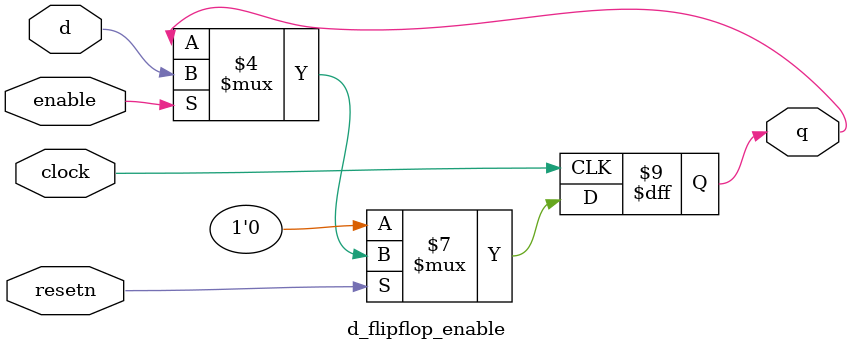
<source format=v>
`timescale 1ns / 1ps
`default_nettype none


module main	(
	input wire CLOCK_50,            //On Board 50 MHz
	input wire [9:0] SW,            // On board Switches
	input wire [3:0] KEY,           // On board push buttons
	output wire [6:0] HEX0,         // HEX displays
	output wire [6:0] HEX1,
	output wire [6:0] HEX2,
	output wire [6:0] HEX3,
	output wire [6:0] HEX4,
	output wire [6:0] HEX5,
	output wire [9:0] LEDR,         // LEDs
	output wire [7:0] x,            // VGA pixel coordinates
	output wire [6:0] y,
	output wire [2:0] colour,       // VGA pixel colour (0-7)
	output wire plot,               // Pixel drawn when this is pulsed
	output wire vga_resetn      	// VGA resets to black when this is pulsed (NOT CURRENTLY AVAILABLE)
);
	top v1(SW, LEDR);

endmodule

// Top Module

module top(SW, LEDR);
	input [9:0] SW;
	output [9:0] LEDR;

	d_flipflop_enable u1 (SW[0], SW[9], SW[8], SW[1], LEDR[0]);

endmodule

// D Flip Flop with enable

module d_flipflop_enable(d, clock, enable, resetn, q);
    input d, clock, resetn, enable;
    output reg q;

    always@(negedge clock)
        begin
            if (resetn == 0)
                q <= 0;
            else if (enable == 1)
                q <= d;
        end
endmodule

</source>
